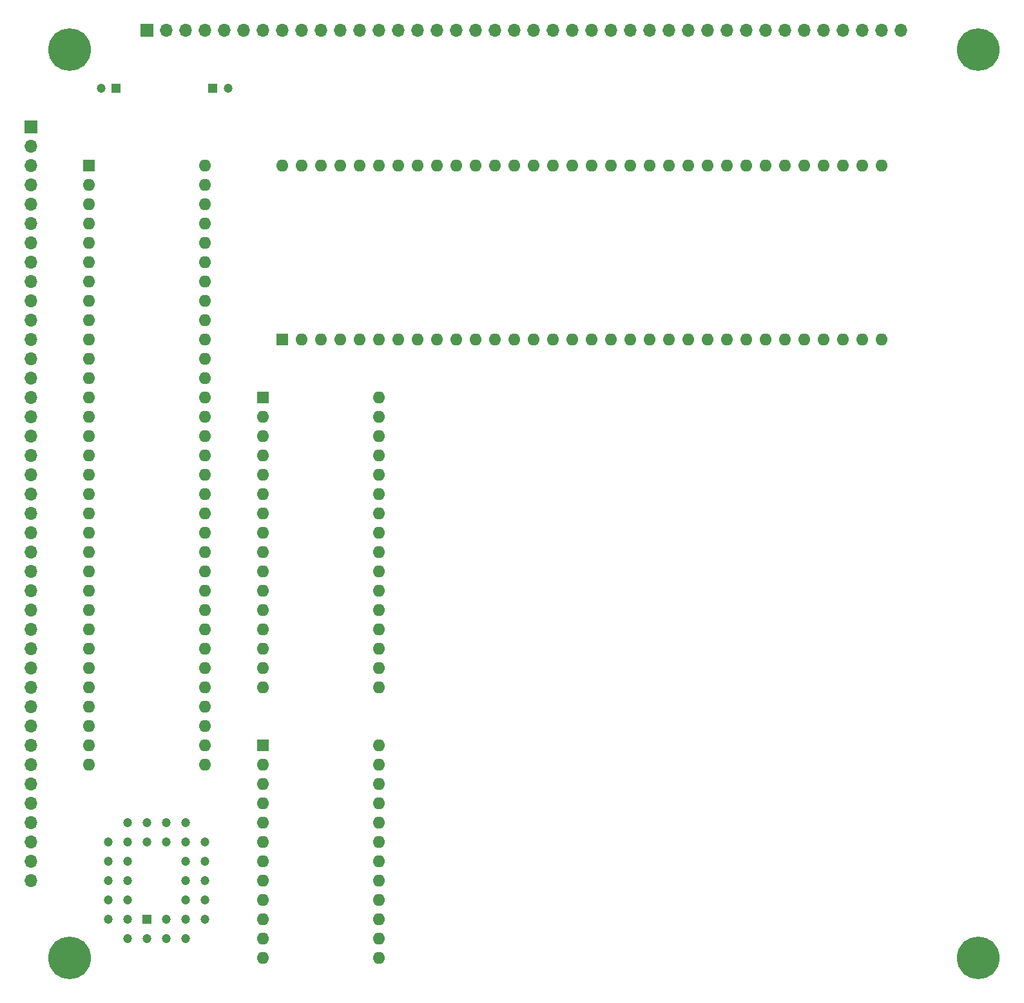
<source format=gbr>
%TF.GenerationSoftware,KiCad,Pcbnew,7.0.5*%
%TF.CreationDate,2023-12-16T12:10:52+02:00*%
%TF.ProjectId,VIA Board,56494120-426f-4617-9264-2e6b69636164,rev?*%
%TF.SameCoordinates,Original*%
%TF.FileFunction,Soldermask,Bot*%
%TF.FilePolarity,Negative*%
%FSLAX46Y46*%
G04 Gerber Fmt 4.6, Leading zero omitted, Abs format (unit mm)*
G04 Created by KiCad (PCBNEW 7.0.5) date 2023-12-16 12:10:52*
%MOMM*%
%LPD*%
G01*
G04 APERTURE LIST*
%ADD10R,1.600000X1.600000*%
%ADD11O,1.600000X1.600000*%
%ADD12C,5.600000*%
%ADD13R,1.200000X1.200000*%
%ADD14C,1.200000*%
%ADD15R,1.700000X1.700000*%
%ADD16O,1.700000X1.700000*%
G04 APERTURE END LIST*
D10*
%TO.C,B16*%
X58420000Y-53340000D03*
D11*
X58420000Y-55880000D03*
X58420000Y-58420000D03*
X58420000Y-60960000D03*
X58420000Y-63500000D03*
X58420000Y-66040000D03*
X58420000Y-68580000D03*
X58420000Y-71120000D03*
X58420000Y-73660000D03*
X58420000Y-76200000D03*
X58420000Y-78740000D03*
X58420000Y-81280000D03*
X58420000Y-83820000D03*
X58420000Y-86360000D03*
X58420000Y-88900000D03*
X58420000Y-91440000D03*
X58420000Y-93980000D03*
X58420000Y-96520000D03*
X58420000Y-99060000D03*
X58420000Y-101600000D03*
X58420000Y-104140000D03*
X58420000Y-106680000D03*
X58420000Y-109220000D03*
X58420000Y-111760000D03*
X58420000Y-114300000D03*
X58420000Y-116840000D03*
X58420000Y-119380000D03*
X58420000Y-121920000D03*
X58420000Y-124460000D03*
X58420000Y-127000000D03*
X58420000Y-129540000D03*
X58420000Y-132080000D03*
X73660000Y-132080000D03*
X73660000Y-129540000D03*
X73660000Y-127000000D03*
X73660000Y-124460000D03*
X73660000Y-121920000D03*
X73660000Y-119380000D03*
X73660000Y-116840000D03*
X73660000Y-114300000D03*
X73660000Y-111760000D03*
X73660000Y-109220000D03*
X73660000Y-106680000D03*
X73660000Y-104140000D03*
X73660000Y-101600000D03*
X73660000Y-99060000D03*
X73660000Y-96520000D03*
X73660000Y-93980000D03*
X73660000Y-91440000D03*
X73660000Y-88900000D03*
X73660000Y-86360000D03*
X73660000Y-83820000D03*
X73660000Y-81280000D03*
X73660000Y-78740000D03*
X73660000Y-76200000D03*
X73660000Y-73660000D03*
X73660000Y-71120000D03*
X73660000Y-68580000D03*
X73660000Y-66040000D03*
X73660000Y-63500000D03*
X73660000Y-60960000D03*
X73660000Y-58420000D03*
X73660000Y-55880000D03*
X73660000Y-53340000D03*
%TD*%
D12*
%TO.C,H4*%
X175260000Y-38100000D03*
%TD*%
D13*
%TO.C,C4*%
X74708000Y-43180000D03*
D14*
X76708000Y-43180000D03*
%TD*%
D10*
%TO.C,B1*%
X83820000Y-76200000D03*
D11*
X86360000Y-76200000D03*
X88900000Y-76200000D03*
X91440000Y-76200000D03*
X93980000Y-76200000D03*
X96520000Y-76200000D03*
X99060000Y-76200000D03*
X101600000Y-76200000D03*
X104140000Y-76200000D03*
X106680000Y-76200000D03*
X109220000Y-76200000D03*
X111760000Y-76200000D03*
X114300000Y-76200000D03*
X116840000Y-76200000D03*
X119380000Y-76200000D03*
X121920000Y-76200000D03*
X124460000Y-76200000D03*
X127000000Y-76200000D03*
X129540000Y-76200000D03*
X132080000Y-76200000D03*
X134620000Y-76200000D03*
X137160000Y-76200000D03*
X139700000Y-76200000D03*
X142240000Y-76200000D03*
X144780000Y-76200000D03*
X147320000Y-76200000D03*
X149860000Y-76200000D03*
X152400000Y-76200000D03*
X154940000Y-76200000D03*
X157480000Y-76200000D03*
X160020000Y-76200000D03*
X162560000Y-76200000D03*
X162560000Y-53340000D03*
X160020000Y-53340000D03*
X157480000Y-53340000D03*
X154940000Y-53340000D03*
X152400000Y-53340000D03*
X149860000Y-53340000D03*
X147320000Y-53340000D03*
X144780000Y-53340000D03*
X142240000Y-53340000D03*
X139700000Y-53340000D03*
X137160000Y-53340000D03*
X134620000Y-53340000D03*
X132080000Y-53340000D03*
X129540000Y-53340000D03*
X127000000Y-53340000D03*
X124460000Y-53340000D03*
X121920000Y-53340000D03*
X119380000Y-53340000D03*
X116840000Y-53340000D03*
X114300000Y-53340000D03*
X111760000Y-53340000D03*
X109220000Y-53340000D03*
X106680000Y-53340000D03*
X104140000Y-53340000D03*
X101600000Y-53340000D03*
X99060000Y-53340000D03*
X96520000Y-53340000D03*
X93980000Y-53340000D03*
X91440000Y-53340000D03*
X88900000Y-53340000D03*
X86360000Y-53340000D03*
X83820000Y-53340000D03*
%TD*%
D12*
%TO.C,H1*%
X55880000Y-38100000D03*
%TD*%
%TO.C,H3*%
X55880000Y-157480000D03*
%TD*%
%TO.C,H2*%
X175260000Y-157480000D03*
%TD*%
D13*
%TO.C,C3*%
X62008000Y-43180000D03*
D14*
X60008000Y-43180000D03*
%TD*%
D13*
%TO.C,IC1*%
X66040000Y-152400000D03*
D14*
X68580000Y-154940000D03*
X68580000Y-152400000D03*
X71120000Y-154940000D03*
X73660000Y-152400000D03*
X71120000Y-152400000D03*
X73660000Y-149860000D03*
X71120000Y-149860000D03*
X73660000Y-147320000D03*
X71120000Y-147320000D03*
X73660000Y-144780000D03*
X71120000Y-144780000D03*
X73660000Y-142240000D03*
X71120000Y-139700000D03*
X71120000Y-142240000D03*
X68580000Y-139700000D03*
X68580000Y-142240000D03*
X66040000Y-139700000D03*
X66040000Y-142240000D03*
X63500000Y-139700000D03*
X60960000Y-142240000D03*
X63500000Y-142240000D03*
X60960000Y-144780000D03*
X63500000Y-144780000D03*
X60960000Y-147320000D03*
X63500000Y-147320000D03*
X60960000Y-149860000D03*
X63500000Y-149860000D03*
X60960000Y-152400000D03*
X63500000Y-154940000D03*
X63500000Y-152400000D03*
X66040000Y-154940000D03*
%TD*%
D10*
%TO.C,B4*%
X81280000Y-129540000D03*
D11*
X81280000Y-132080000D03*
X81280000Y-134620000D03*
X81280000Y-137160000D03*
X81280000Y-139700000D03*
X81280000Y-142240000D03*
X81280000Y-144780000D03*
X81280000Y-147320000D03*
X81280000Y-149860000D03*
X81280000Y-152400000D03*
X81280000Y-154940000D03*
X81280000Y-157480000D03*
X96520000Y-157480000D03*
X96520000Y-154940000D03*
X96520000Y-152400000D03*
X96520000Y-149860000D03*
X96520000Y-147320000D03*
X96520000Y-144780000D03*
X96520000Y-142240000D03*
X96520000Y-139700000D03*
X96520000Y-137160000D03*
X96520000Y-134620000D03*
X96520000Y-132080000D03*
X96520000Y-129540000D03*
%TD*%
D15*
%TO.C,J2*%
X66040000Y-35560000D03*
D16*
X68580000Y-35560000D03*
X71120000Y-35560000D03*
X73660000Y-35560000D03*
X76200000Y-35560000D03*
X78740000Y-35560000D03*
X81280000Y-35560000D03*
X83820000Y-35560000D03*
X86360000Y-35560000D03*
X88900000Y-35560000D03*
X91440000Y-35560000D03*
X93980000Y-35560000D03*
X96520000Y-35560000D03*
X99060000Y-35560000D03*
X101600000Y-35560000D03*
X104140000Y-35560000D03*
X106680000Y-35560000D03*
X109220000Y-35560000D03*
X111760000Y-35560000D03*
X114300000Y-35560000D03*
X116840000Y-35560000D03*
X119380000Y-35560000D03*
X121920000Y-35560000D03*
X124460000Y-35560000D03*
X127000000Y-35560000D03*
X129540000Y-35560000D03*
X132080000Y-35560000D03*
X134620000Y-35560000D03*
X137160000Y-35560000D03*
X139700000Y-35560000D03*
X142240000Y-35560000D03*
X144780000Y-35560000D03*
X147320000Y-35560000D03*
X149860000Y-35560000D03*
X152400000Y-35560000D03*
X154940000Y-35560000D03*
X157480000Y-35560000D03*
X160020000Y-35560000D03*
X162560000Y-35560000D03*
X165100000Y-35560000D03*
%TD*%
D10*
%TO.C,B3*%
X81280000Y-83820000D03*
D11*
X81280000Y-86360000D03*
X81280000Y-88900000D03*
X81280000Y-91440000D03*
X81280000Y-93980000D03*
X81280000Y-96520000D03*
X81280000Y-99060000D03*
X81280000Y-101600000D03*
X81280000Y-104140000D03*
X81280000Y-106680000D03*
X81280000Y-109220000D03*
X81280000Y-111760000D03*
X81280000Y-114300000D03*
X81280000Y-116840000D03*
X81280000Y-119380000D03*
X81280000Y-121920000D03*
X96520000Y-121920000D03*
X96520000Y-119380000D03*
X96520000Y-116840000D03*
X96520000Y-114300000D03*
X96520000Y-111760000D03*
X96520000Y-109220000D03*
X96520000Y-106680000D03*
X96520000Y-104140000D03*
X96520000Y-101600000D03*
X96520000Y-99060000D03*
X96520000Y-96520000D03*
X96520000Y-93980000D03*
X96520000Y-91440000D03*
X96520000Y-88900000D03*
X96520000Y-86360000D03*
X96520000Y-83820000D03*
%TD*%
D15*
%TO.C,J1*%
X50800000Y-48260000D03*
D16*
X50800000Y-50800000D03*
X50800000Y-53340000D03*
X50800000Y-55880000D03*
X50800000Y-58420000D03*
X50800000Y-60960000D03*
X50800000Y-63500000D03*
X50800000Y-66040000D03*
X50800000Y-68580000D03*
X50800000Y-71120000D03*
X50800000Y-73660000D03*
X50800000Y-76200000D03*
X50800000Y-78740000D03*
X50800000Y-81280000D03*
X50800000Y-83820000D03*
X50800000Y-86360000D03*
X50800000Y-88900000D03*
X50800000Y-91440000D03*
X50800000Y-93980000D03*
X50800000Y-96520000D03*
X50800000Y-99060000D03*
X50800000Y-101600000D03*
X50800000Y-104140000D03*
X50800000Y-106680000D03*
X50800000Y-109220000D03*
X50800000Y-111760000D03*
X50800000Y-114300000D03*
X50800000Y-116840000D03*
X50800000Y-119380000D03*
X50800000Y-121920000D03*
X50800000Y-124460000D03*
X50800000Y-127000000D03*
X50800000Y-129540000D03*
X50800000Y-132080000D03*
X50800000Y-134620000D03*
X50800000Y-137160000D03*
X50800000Y-139700000D03*
X50800000Y-142240000D03*
X50800000Y-144780000D03*
X50800000Y-147320000D03*
%TD*%
M02*

</source>
